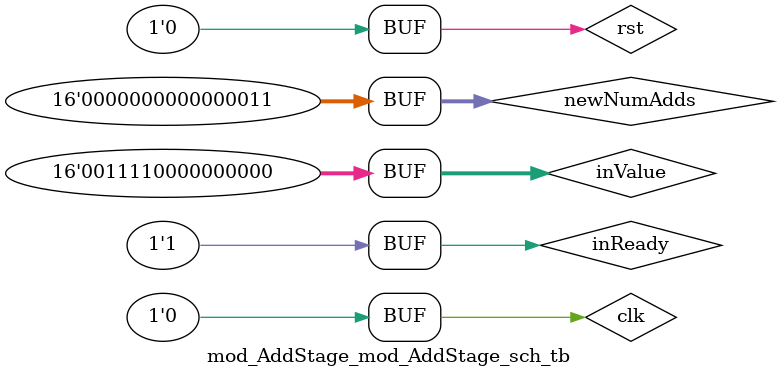
<source format=v>

`timescale 1ns / 1ps

module mod_AddStage_mod_AddStage_sch_tb();

// Inputs
   reg clk;
   reg rst;
   reg [15:0] newNumAdds;
   reg inReady;
   reg [15:0] inValue;

// Output
   wire outReady;
   wire [15:0] result;

// Bidirs

// Instantiate the UUT
   mod_AddStage UUT (
		.clk(clk), 
		.rst(rst), 
		.newNumAdds(newNumAdds), 
		.inReady(inReady), 
		.outReady(outReady), 
		.result(result), 
		.inValue(inValue)
   );
// Initialize Inputs
   initial begin
		clk = 0;
		rst = 0;
		newNumAdds = 3;
		inReady = 0;
		inValue = 16'b0011110000000000;
		
		#100;
		clk = 1;
		#100;
		clk = 0;
		
		rst = 1;
		
		#100;
		clk = 1;
		#100;
		clk = 0;

		rst = 0;
		
		#100;
		clk = 1;
		#100;
		clk = 0;
		
		inReady = 1;
		
		#100;
		clk = 1;
		#100;
		clk = 0;
		
		#100;
		clk = 1;
		#100;
		clk = 0;
		
		#100;
		clk = 1;
		#100;
		clk = 0;
		
		#100;
		clk = 1;
		#100;
		clk = 0;
		
		#100;
		clk = 1;
		#100;
		clk = 0;
		
		#100;
		clk = 1;
		#100;
		clk = 0;
		
		#100;
		clk = 1;
		#100;
		clk = 0;
		
		#100;
		clk = 1;
		#100;
		clk = 0;
		
		#100;
		clk = 1;
		#100;
		clk = 0;
		
		#100;
		clk = 1;
		#100;
		clk = 0;
		
		#100;
		clk = 1;
		#100;
		clk = 0;
		
		#100;
		clk = 1;
		#100;
		clk = 0;
		
		#100;
		clk = 1;
		#100;
		clk = 0;
		
		#100;
		clk = 1;
		#100;
		clk = 0;
		
		#100;
		clk = 1;
		#100;
		clk = 0;
		
		#100;
		clk = 1;
		#100;
		clk = 0;
		
		#100;
		clk = 1;
		#100;
		clk = 0;
		
   end
endmodule

</source>
